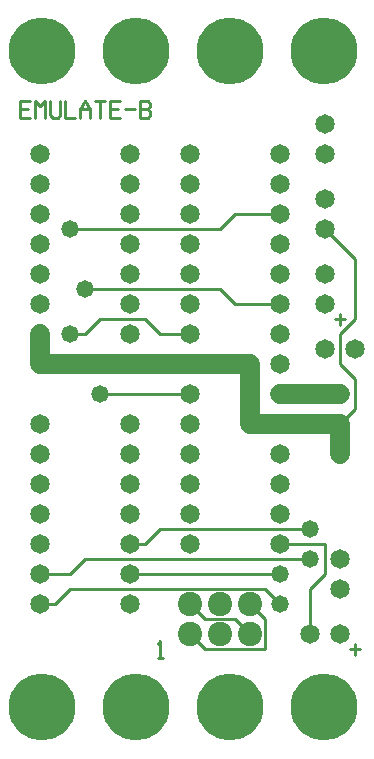
<source format=gtl>
%MOIN*%
%FSLAX25Y25*%
G04 D10 used for Character Trace; *
G04     Circle (OD=.01000) (No hole)*
G04 D11 used for Power Trace; *
G04     Circle (OD=.06700) (No hole)*
G04 D12 used for Signal Trace; *
G04     Circle (OD=.01100) (No hole)*
G04 D13 used for Via; *
G04     Circle (OD=.05800) (Round. Hole ID=.02800)*
G04 D14 used for Component hole; *
G04     Circle (OD=.06500) (Round. Hole ID=.03500)*
G04 D15 used for Component hole; *
G04     Circle (OD=.06700) (Round. Hole ID=.04300)*
G04 D16 used for Component hole; *
G04     Circle (OD=.08100) (Round. Hole ID=.05100)*
G04 D17 used for Component hole; *
G04     Circle (OD=.08900) (Round. Hole ID=.05900)*
G04 D18 used for Component hole; *
G04     Circle (OD=.11300) (Round. Hole ID=.08300)*
G04 D19 used for Component hole; *
G04     Circle (OD=.16000) (Round. Hole ID=.13000)*
G04 D20 used for Component hole; *
G04     Circle (OD=.18300) (Round. Hole ID=.15300)*
G04 D21 used for Component hole; *
G04     Circle (OD=.22291) (Round. Hole ID=.19291)*
%ADD10C,.01000*%
%ADD11C,.06700*%
%ADD12C,.01100*%
%ADD13C,.05800*%
%ADD14C,.06500*%
%ADD15C,.06700*%
%ADD16C,.08100*%
%ADD17C,.08900*%
%ADD18C,.11300*%
%ADD19C,.16000*%
%ADD20C,.18300*%
%ADD21C,.22291*%
%IPPOS*%
%LPD*%
G90*X0Y0D02*D21*X15625Y15625D03*X46875D03*D14*    
X45000Y50000D03*D12*X15000D02*X20000D01*D14*      
X15000D03*D12*X20000D02*X25000Y55000D01*X90000D01*
X95000Y50000D01*D13*D03*D12*X90000Y35000D02*      
Y45000D01*X70000Y35000D02*X90000D01*X70000D02*    
X65000Y40000D01*D16*D03*D12*X70000Y45000D02*      
X80000D01*X85000Y40000D01*D16*D03*D12*            
X90000Y45000D02*X85000Y50000D01*D16*D03*D13*      
X95000Y60000D03*D12*X45000D01*D14*D03*D12*        
Y70000D02*X50000D01*D14*X45000D03*D12*X50000D02*  
X55000Y75000D01*X105000D01*D13*D03*D12*           
X110000Y60000D02*Y70000D01*X105000Y55000D02*      
X110000Y60000D01*X105000Y40000D02*Y55000D01*D14*  
Y40000D03*X115000D03*Y55000D03*D10*               
X118326Y35000D02*X121674D01*X120000Y36914D02*     
Y33086D01*D21*X78125Y15625D03*D14*                
X115000Y65000D03*D13*X105000D03*D12*X30000D01*    
X25000Y60000D01*X15000D01*D14*D03*Y70000D03*      
Y80000D03*X45000Y90000D03*X15000D03*              
X45000Y80000D03*Y100000D03*D10*X54163Y36914D02*   
X55000Y37871D01*Y32129D01*X54163D02*X55837D01*D14*
X15000Y100000D03*X65000Y110000D03*X45000D03*D16*  
X65000Y50000D03*D12*X70000Y45000D01*D16*          
X75000Y40000D03*Y50000D03*D14*X95000Y70000D03*D12*
X110000D01*D14*X95000Y80000D03*Y90000D03*         
X115000Y100000D03*D11*Y110000D01*X95000D01*D14*   
D03*D11*X85000D01*Y130000D01*X65000D01*D14*D03*   
D11*X45000D01*D14*D03*D11*X15000D01*Y140000D01*   
D14*D03*D13*X25000D03*D12*X30000D01*              
X35000Y145000D01*X50000D01*X55000Y140000D01*      
X65000D01*D14*D03*Y150000D03*D12*X80000D02*       
X75000Y155000D01*X80000Y150000D02*X95000D01*D14*  
D03*Y160000D03*Y140000D03*X110000Y135000D03*      
Y150000D03*Y160000D03*D12*X120000Y125000D02*      
X115000Y130000D01*X120000Y115000D02*Y125000D01*   
X115000Y110000D02*X120000Y115000D01*D14*          
X115000Y120000D03*D11*X95000D01*D14*D03*          
Y130000D03*D12*X115000D02*Y140000D01*D14*         
X120000Y135000D03*D12*X115000Y140000D02*          
X120000Y145000D01*Y165000D01*X110000Y175000D01*   
D14*D03*Y185000D03*X95000Y190000D03*Y180000D03*   
D12*X80000D01*X75000Y175000D01*X25000D01*D13*D03* 
D14*X15000Y180000D03*Y170000D03*Y160000D03*       
Y190000D03*X45000Y160000D03*Y170000D03*Y180000D03*
D13*X30000Y155000D03*D12*X75000D01*D14*           
X65000Y160000D03*Y170000D03*X95000D03*            
X65000Y180000D03*X45000Y150000D03*Y140000D03*     
X65000Y120000D03*D12*X35000D01*D13*D03*D14*       
X15000Y110000D03*X65000Y90000D03*Y100000D03*      
X15000Y150000D03*X65000Y80000D03*Y70000D03*       
X95000Y100000D03*X65000Y190000D03*X45000D03*      
X110000Y200000D03*X95000D03*X65000D03*X45000D03*  
X15000D03*D10*X113326Y145000D02*X116674D01*       
X115000Y146914D02*Y143086D01*D14*                 
X110000Y210000D03*D10*X11674Y212129D02*X8326D01*  
Y217871D01*X11674D01*X8326Y215000D02*X10837D01*   
X13326Y212129D02*Y217871D01*X15000Y215957D01*     
X16674Y217871D01*Y212129D01*X21674Y217871D02*     
Y213086D01*X20837Y212129D01*X19163D01*            
X18326Y213086D01*Y217871D01*X23326D02*Y212129D01* 
X26674D01*X28326D02*Y215000D01*X30000Y217871D01*  
X31674Y215000D01*Y212129D01*X28326Y215000D02*     
X31674D01*X35000Y212129D02*Y217871D01*X33326D02*  
X36674D01*X41674Y212129D02*X38326D01*Y217871D01*  
X41674D01*X38326Y215000D02*X40837D01*X43326D02*   
X46674D01*X48326Y212129D02*Y217871D01*X50837D01*  
X51674Y216914D01*Y215957D01*X50837Y215000D01*     
X51674Y214043D01*Y213086D01*X50837Y212129D01*     
X48326D01*Y215000D02*X50837D01*D21*               
X109375Y15625D03*Y234375D03*X78125D03*X46875D03*  
X15625D03*M02*                                    

</source>
